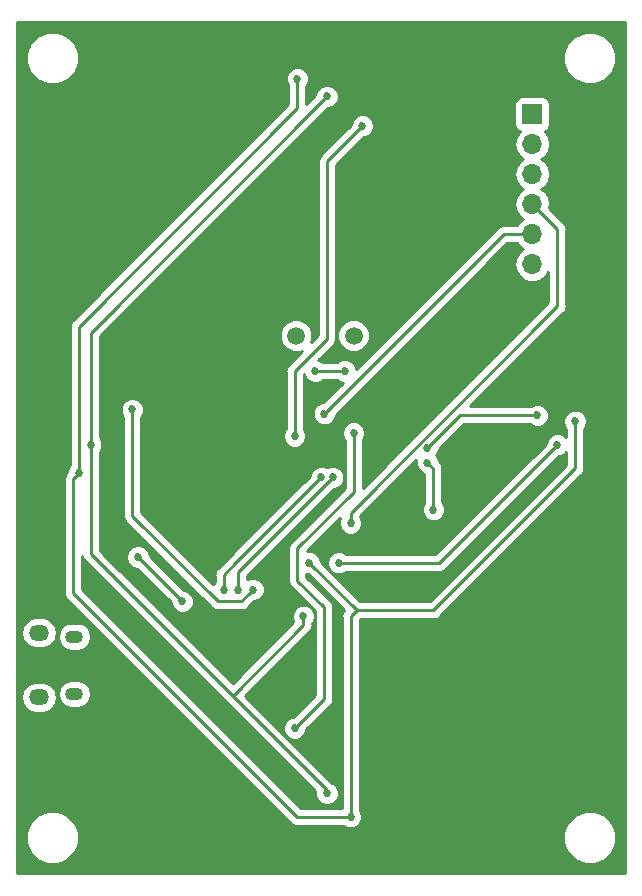
<source format=gbr>
G04 #@! TF.GenerationSoftware,KiCad,Pcbnew,5.0.0-fee4fd1~66~ubuntu16.04.1*
G04 #@! TF.CreationDate,2019-01-21T23:11:55-05:00*
G04 #@! TF.ProjectId,quadrant,7175616472616E742E6B696361645F70,rev?*
G04 #@! TF.SameCoordinates,Original*
G04 #@! TF.FileFunction,Copper,L2,Bot,Signal*
G04 #@! TF.FilePolarity,Positive*
%FSLAX46Y46*%
G04 Gerber Fmt 4.6, Leading zero omitted, Abs format (unit mm)*
G04 Created by KiCad (PCBNEW 5.0.0-fee4fd1~66~ubuntu16.04.1) date Mon Jan 21 23:11:55 2019*
%MOMM*%
%LPD*%
G01*
G04 APERTURE LIST*
G04 #@! TA.AperFunction,ComponentPad*
%ADD10O,1.700000X1.700000*%
G04 #@! TD*
G04 #@! TA.AperFunction,ComponentPad*
%ADD11R,1.700000X1.700000*%
G04 #@! TD*
G04 #@! TA.AperFunction,ComponentPad*
%ADD12O,1.700000X1.350000*%
G04 #@! TD*
G04 #@! TA.AperFunction,ComponentPad*
%ADD13O,1.500000X1.100000*%
G04 #@! TD*
G04 #@! TA.AperFunction,ComponentPad*
%ADD14C,1.500000*%
G04 #@! TD*
G04 #@! TA.AperFunction,ViaPad*
%ADD15C,0.685800*%
G04 #@! TD*
G04 #@! TA.AperFunction,Conductor*
%ADD16C,0.254000*%
G04 #@! TD*
G04 APERTURE END LIST*
D10*
G04 #@! TO.P,J1,6*
G04 #@! TO.N,GND*
X166370000Y-91200000D03*
G04 #@! TO.P,J1,5*
G04 #@! TO.N,NRST*
X166370000Y-88660000D03*
G04 #@! TO.P,J1,4*
G04 #@! TO.N,SWDIO*
X166370000Y-86120000D03*
G04 #@! TO.P,J1,3*
G04 #@! TO.N,GND*
X166370000Y-83580000D03*
G04 #@! TO.P,J1,2*
G04 #@! TO.N,SWCLK*
X166370000Y-81040000D03*
D11*
G04 #@! TO.P,J1,1*
G04 #@! TO.N,+3V3*
X166370000Y-78500000D03*
G04 #@! TD*
D12*
G04 #@! TO.P,J2,6*
G04 #@! TO.N,GND*
X124615000Y-127881000D03*
X124615000Y-122421000D03*
D13*
X127615000Y-127571000D03*
X127615000Y-122731000D03*
G04 #@! TD*
D14*
G04 #@! TO.P,Y1,1*
G04 #@! TO.N,Net-(C9-Pad1)*
X151250000Y-97250000D03*
G04 #@! TO.P,Y1,2*
G04 #@! TO.N,Net-(C10-Pad1)*
X146370000Y-97250000D03*
G04 #@! TD*
D15*
G04 #@! TO.N,GND*
X157500000Y-108000000D03*
X158000000Y-112000000D03*
X133000000Y-116000000D03*
X136750000Y-119750000D03*
G04 #@! TO.N,NRST*
X148751183Y-103871117D03*
G04 #@! TO.N,USBDM*
X148500000Y-109250000D03*
X140250000Y-118750000D03*
G04 #@! TO.N,USBDP*
X149500000Y-109250000D03*
X141500000Y-118750000D03*
G04 #@! TO.N,SWDIO*
X151000000Y-113122300D03*
G04 #@! TO.N,Net-(D1-Pad2)*
X152000000Y-79500000D03*
X146250000Y-105750000D03*
G04 #@! TO.N,Net-(D2-Pad2)*
X157500000Y-106750000D03*
X166800000Y-104000000D03*
G04 #@! TO.N,Net-(D3-Pad2)*
X151250000Y-105500000D03*
X146250000Y-130500000D03*
G04 #@! TO.N,Net-(D4-Pad2)*
X132500000Y-103500000D03*
X142750000Y-118750000D03*
G04 #@! TO.N,+2V8*
X143500000Y-77500000D03*
X152000000Y-77500000D03*
X167000000Y-101500000D03*
X167000000Y-110000000D03*
X145500000Y-116500000D03*
X130500000Y-103500000D03*
X154000000Y-114500000D03*
X130815040Y-111684960D03*
X154000000Y-136000000D03*
X136500000Y-125250000D03*
X145750000Y-135500000D03*
G04 #@! TO.N,+3V3*
X148000000Y-100250000D03*
X150500000Y-100250000D03*
G04 #@! TO.N,SCL*
X147500000Y-116500000D03*
X170000000Y-104500000D03*
X151000000Y-138000000D03*
X146500000Y-75500000D03*
X127998508Y-108868428D03*
G04 #@! TO.N,SDA*
X150000000Y-116500000D03*
X168500000Y-106500000D03*
X149000000Y-136000000D03*
X149000000Y-77000000D03*
X129000000Y-106500000D03*
X147000000Y-121000000D03*
G04 #@! TD*
D16*
G04 #@! TO.N,GND*
X158000000Y-108500000D02*
X158000000Y-112000000D01*
X157500000Y-108000000D02*
X158000000Y-108500000D01*
X133000000Y-116000000D02*
X136750000Y-119750000D01*
G04 #@! TO.N,NRST*
X163962300Y-88660000D02*
X166370000Y-88660000D01*
X148751183Y-103871117D02*
X163962300Y-88660000D01*
G04 #@! TO.N,USBDM*
X148500000Y-109250000D02*
X143250000Y-114500000D01*
X140250000Y-117500000D02*
X140250000Y-118750000D01*
X143500000Y-114250000D02*
X141250000Y-116500000D01*
X143250000Y-114500000D02*
X143500000Y-114250000D01*
X141250000Y-116500000D02*
X140250000Y-117500000D01*
G04 #@! TO.N,USBDP*
X141500000Y-117250000D02*
X141500000Y-118265067D01*
X149500000Y-109250000D02*
X141500000Y-117250000D01*
X141500000Y-118265067D02*
X141500000Y-118750000D01*
G04 #@! TO.N,SWDIO*
X167219999Y-86969999D02*
X166370000Y-86120000D01*
X151000000Y-112250000D02*
X168500000Y-94750000D01*
X168500000Y-94750000D02*
X168500000Y-88250000D01*
X151000000Y-113122300D02*
X151000000Y-112250000D01*
X168500000Y-88250000D02*
X167219999Y-86969999D01*
G04 #@! TO.N,Net-(D1-Pad2)*
X146250000Y-105265067D02*
X146250000Y-105750000D01*
X149000000Y-97500000D02*
X146250000Y-100250000D01*
X152000000Y-79500000D02*
X149000000Y-82500000D01*
X149000000Y-82500000D02*
X149000000Y-97500000D01*
X146250000Y-100250000D02*
X146250000Y-105265067D01*
G04 #@! TO.N,Net-(D2-Pad2)*
X160250000Y-104000000D02*
X157500000Y-106750000D01*
X166800000Y-104000000D02*
X160250000Y-104000000D01*
G04 #@! TO.N,Net-(D3-Pad2)*
X146592899Y-130157101D02*
X146250000Y-130500000D01*
X148750000Y-128000000D02*
X146592899Y-130157101D01*
X148750000Y-120250000D02*
X148750000Y-128000000D01*
X151250000Y-105500000D02*
X151250000Y-110500000D01*
X151250000Y-110500000D02*
X146500000Y-115250000D01*
X146500000Y-115250000D02*
X146500000Y-118000000D01*
X146500000Y-118000000D02*
X148750000Y-120250000D01*
G04 #@! TO.N,Net-(D4-Pad2)*
X142407101Y-119092899D02*
X142750000Y-118750000D01*
X132500000Y-103500000D02*
X132500000Y-112500000D01*
X132500000Y-112500000D02*
X139750000Y-119750000D01*
X139750000Y-119750000D02*
X141750000Y-119750000D01*
X141750000Y-119750000D02*
X142407101Y-119092899D01*
G04 #@! TO.N,+3V3*
X148000000Y-100250000D02*
X150500000Y-100250000D01*
G04 #@! TO.N,SCL*
X170000000Y-104984933D02*
X170000000Y-104500000D01*
X147500000Y-116500000D02*
X151500000Y-120500000D01*
X151500000Y-120500000D02*
X158000000Y-120500000D01*
X158000000Y-120500000D02*
X170000000Y-108500000D01*
X170000000Y-108500000D02*
X170000000Y-104984933D01*
X151000000Y-121000000D02*
X151500000Y-120500000D01*
X151000000Y-138000000D02*
X151000000Y-121000000D01*
X127500000Y-109366936D02*
X127655609Y-109211327D01*
X146448914Y-138000000D02*
X127500000Y-119051086D01*
X127655609Y-109211327D02*
X127998508Y-108868428D01*
X151000000Y-138000000D02*
X146448914Y-138000000D01*
X127500000Y-119051086D02*
X127500000Y-109366936D01*
X127998508Y-108868428D02*
X127998508Y-96501492D01*
X146500000Y-75984933D02*
X146500000Y-75500000D01*
X146500000Y-78000000D02*
X146500000Y-75984933D01*
X127998508Y-96501492D02*
X146500000Y-78000000D01*
G04 #@! TO.N,SDA*
X158500000Y-116500000D02*
X168500000Y-106500000D01*
X150000000Y-116500000D02*
X158500000Y-116500000D01*
X149000000Y-135750000D02*
X149000000Y-136000000D01*
X129000000Y-106500000D02*
X129000000Y-115750000D01*
X141000000Y-127750000D02*
X149000000Y-135750000D01*
X129000000Y-115750000D02*
X141000000Y-127750000D01*
X147000000Y-121750000D02*
X141000000Y-127750000D01*
X147000000Y-121000000D02*
X147000000Y-121750000D01*
X148657101Y-77342899D02*
X149000000Y-77000000D01*
X129000000Y-97000000D02*
X148657101Y-77342899D01*
X129000000Y-106500000D02*
X129000000Y-97000000D01*
G04 #@! TD*
G04 #@! TO.N,+2V8*
G36*
X174265001Y-142765000D02*
X122735000Y-142765000D01*
X122735000Y-139305431D01*
X123515000Y-139305431D01*
X123515000Y-140194569D01*
X123855259Y-141016026D01*
X124483974Y-141644741D01*
X125305431Y-141985000D01*
X126194569Y-141985000D01*
X127016026Y-141644741D01*
X127644741Y-141016026D01*
X127985000Y-140194569D01*
X127985000Y-139305431D01*
X169015000Y-139305431D01*
X169015000Y-140194569D01*
X169355259Y-141016026D01*
X169983974Y-141644741D01*
X170805431Y-141985000D01*
X171694569Y-141985000D01*
X172516026Y-141644741D01*
X173144741Y-141016026D01*
X173485000Y-140194569D01*
X173485000Y-139305431D01*
X173144741Y-138483974D01*
X172516026Y-137855259D01*
X171694569Y-137515000D01*
X170805431Y-137515000D01*
X169983974Y-137855259D01*
X169355259Y-138483974D01*
X169015000Y-139305431D01*
X127985000Y-139305431D01*
X127644741Y-138483974D01*
X127016026Y-137855259D01*
X126194569Y-137515000D01*
X125305431Y-137515000D01*
X124483974Y-137855259D01*
X123855259Y-138483974D01*
X123515000Y-139305431D01*
X122735000Y-139305431D01*
X122735000Y-127881000D01*
X123104336Y-127881000D01*
X123206007Y-128392136D01*
X123495543Y-128825457D01*
X123928864Y-129114993D01*
X124310978Y-129191000D01*
X124919022Y-129191000D01*
X125301136Y-129114993D01*
X125734457Y-128825457D01*
X126023993Y-128392136D01*
X126125664Y-127881000D01*
X126064002Y-127571000D01*
X126206785Y-127571000D01*
X126298755Y-128033364D01*
X126560663Y-128425337D01*
X126952636Y-128687245D01*
X127298290Y-128756000D01*
X127931710Y-128756000D01*
X128277364Y-128687245D01*
X128669337Y-128425337D01*
X128931245Y-128033364D01*
X129023215Y-127571000D01*
X128931245Y-127108636D01*
X128669337Y-126716663D01*
X128277364Y-126454755D01*
X127931710Y-126386000D01*
X127298290Y-126386000D01*
X126952636Y-126454755D01*
X126560663Y-126716663D01*
X126298755Y-127108636D01*
X126206785Y-127571000D01*
X126064002Y-127571000D01*
X126023993Y-127369864D01*
X125734457Y-126936543D01*
X125301136Y-126647007D01*
X124919022Y-126571000D01*
X124310978Y-126571000D01*
X123928864Y-126647007D01*
X123495543Y-126936543D01*
X123206007Y-127369864D01*
X123104336Y-127881000D01*
X122735000Y-127881000D01*
X122735000Y-122421000D01*
X123104336Y-122421000D01*
X123206007Y-122932136D01*
X123495543Y-123365457D01*
X123928864Y-123654993D01*
X124310978Y-123731000D01*
X124919022Y-123731000D01*
X125301136Y-123654993D01*
X125734457Y-123365457D01*
X126023993Y-122932136D01*
X126064001Y-122731000D01*
X126206785Y-122731000D01*
X126298755Y-123193364D01*
X126560663Y-123585337D01*
X126952636Y-123847245D01*
X127298290Y-123916000D01*
X127931710Y-123916000D01*
X128277364Y-123847245D01*
X128669337Y-123585337D01*
X128931245Y-123193364D01*
X129023215Y-122731000D01*
X128931245Y-122268636D01*
X128669337Y-121876663D01*
X128277364Y-121614755D01*
X127931710Y-121546000D01*
X127298290Y-121546000D01*
X126952636Y-121614755D01*
X126560663Y-121876663D01*
X126298755Y-122268636D01*
X126206785Y-122731000D01*
X126064001Y-122731000D01*
X126125664Y-122421000D01*
X126023993Y-121909864D01*
X125734457Y-121476543D01*
X125301136Y-121187007D01*
X124919022Y-121111000D01*
X124310978Y-121111000D01*
X123928864Y-121187007D01*
X123495543Y-121476543D01*
X123206007Y-121909864D01*
X123104336Y-122421000D01*
X122735000Y-122421000D01*
X122735000Y-109366936D01*
X126723073Y-109366936D01*
X126738001Y-109441984D01*
X126738000Y-118976043D01*
X126723073Y-119051086D01*
X126738000Y-119126129D01*
X126738000Y-119126133D01*
X126782212Y-119348402D01*
X126950629Y-119600457D01*
X127014254Y-119642970D01*
X145857032Y-138485749D01*
X145899543Y-138549371D01*
X145963165Y-138591882D01*
X146151595Y-138717787D01*
X146151596Y-138717787D01*
X146151597Y-138717788D01*
X146373866Y-138762000D01*
X146373870Y-138762000D01*
X146448913Y-138776927D01*
X146523956Y-138762000D01*
X150379041Y-138762000D01*
X150446064Y-138829023D01*
X150805484Y-138977900D01*
X151194516Y-138977900D01*
X151553936Y-138829023D01*
X151829023Y-138553936D01*
X151977900Y-138194516D01*
X151977900Y-137805484D01*
X151829023Y-137446064D01*
X151762000Y-137379041D01*
X151762000Y-121315630D01*
X151815631Y-121262000D01*
X157924957Y-121262000D01*
X158000000Y-121276927D01*
X158075043Y-121262000D01*
X158075048Y-121262000D01*
X158297317Y-121217788D01*
X158549371Y-121049371D01*
X158591884Y-120985747D01*
X170485750Y-109091881D01*
X170549371Y-109049371D01*
X170597127Y-108977900D01*
X170661747Y-108881188D01*
X170717788Y-108797317D01*
X170762000Y-108575048D01*
X170762000Y-108575047D01*
X170776928Y-108500000D01*
X170762000Y-108424952D01*
X170762000Y-105120959D01*
X170829023Y-105053936D01*
X170977900Y-104694516D01*
X170977900Y-104305484D01*
X170829023Y-103946064D01*
X170553936Y-103670977D01*
X170194516Y-103522100D01*
X169805484Y-103522100D01*
X169446064Y-103670977D01*
X169170977Y-103946064D01*
X169022100Y-104305484D01*
X169022100Y-104694516D01*
X169170977Y-105053936D01*
X169238001Y-105120960D01*
X169238001Y-105855042D01*
X169053936Y-105670977D01*
X168694516Y-105522100D01*
X168305484Y-105522100D01*
X167946064Y-105670977D01*
X167670977Y-105946064D01*
X167522100Y-106305484D01*
X167522100Y-106400269D01*
X158184370Y-115738000D01*
X150620959Y-115738000D01*
X150553936Y-115670977D01*
X150194516Y-115522100D01*
X149805484Y-115522100D01*
X149446064Y-115670977D01*
X149170977Y-115946064D01*
X149022100Y-116305484D01*
X149022100Y-116694516D01*
X149170977Y-117053936D01*
X149446064Y-117329023D01*
X149805484Y-117477900D01*
X150194516Y-117477900D01*
X150553936Y-117329023D01*
X150620959Y-117262000D01*
X158424957Y-117262000D01*
X158500000Y-117276927D01*
X158575043Y-117262000D01*
X158575048Y-117262000D01*
X158797317Y-117217788D01*
X159049371Y-117049371D01*
X159091883Y-116985747D01*
X168599731Y-107477900D01*
X168694516Y-107477900D01*
X169053936Y-107329023D01*
X169238000Y-107144959D01*
X169238000Y-108184369D01*
X157684370Y-119738000D01*
X151815631Y-119738000D01*
X148477900Y-116400270D01*
X148477900Y-116305484D01*
X148329023Y-115946064D01*
X148053936Y-115670977D01*
X147694516Y-115522100D01*
X147305530Y-115522100D01*
X150108547Y-112719084D01*
X150022100Y-112927784D01*
X150022100Y-113316816D01*
X150170977Y-113676236D01*
X150446064Y-113951323D01*
X150805484Y-114100200D01*
X151194516Y-114100200D01*
X151553936Y-113951323D01*
X151829023Y-113676236D01*
X151977900Y-113316816D01*
X151977900Y-112927784D01*
X151829023Y-112568364D01*
X151794145Y-112533486D01*
X156522100Y-107805530D01*
X156522100Y-108194516D01*
X156670977Y-108553936D01*
X156946064Y-108829023D01*
X157238000Y-108949947D01*
X157238001Y-111379040D01*
X157170977Y-111446064D01*
X157022100Y-111805484D01*
X157022100Y-112194516D01*
X157170977Y-112553936D01*
X157446064Y-112829023D01*
X157805484Y-112977900D01*
X158194516Y-112977900D01*
X158553936Y-112829023D01*
X158829023Y-112553936D01*
X158977900Y-112194516D01*
X158977900Y-111805484D01*
X158829023Y-111446064D01*
X158762000Y-111379041D01*
X158762000Y-108575047D01*
X158776928Y-108500000D01*
X158740028Y-108314492D01*
X158717788Y-108202683D01*
X158549371Y-107950629D01*
X158485749Y-107908118D01*
X158477900Y-107900269D01*
X158477900Y-107805484D01*
X158329023Y-107446064D01*
X158257959Y-107375000D01*
X158329023Y-107303936D01*
X158477900Y-106944516D01*
X158477900Y-106849730D01*
X160565631Y-104762000D01*
X166179041Y-104762000D01*
X166246064Y-104829023D01*
X166605484Y-104977900D01*
X166994516Y-104977900D01*
X167353936Y-104829023D01*
X167629023Y-104553936D01*
X167777900Y-104194516D01*
X167777900Y-103805484D01*
X167629023Y-103446064D01*
X167353936Y-103170977D01*
X166994516Y-103022100D01*
X166605484Y-103022100D01*
X166246064Y-103170977D01*
X166179041Y-103238000D01*
X161089631Y-103238000D01*
X168985750Y-95341881D01*
X169049371Y-95299371D01*
X169217788Y-95047317D01*
X169262000Y-94825048D01*
X169262000Y-94825044D01*
X169276927Y-94750001D01*
X169262000Y-94674958D01*
X169262000Y-88325047D01*
X169276928Y-88250000D01*
X169249205Y-88110629D01*
X169217788Y-87952683D01*
X169049371Y-87700629D01*
X168985749Y-87658118D01*
X167811883Y-86484253D01*
X167811881Y-86484250D01*
X167811679Y-86484048D01*
X167884092Y-86120000D01*
X167768839Y-85540582D01*
X167440625Y-85049375D01*
X167142239Y-84850000D01*
X167440625Y-84650625D01*
X167768839Y-84159418D01*
X167884092Y-83580000D01*
X167768839Y-83000582D01*
X167440625Y-82509375D01*
X167142239Y-82310000D01*
X167440625Y-82110625D01*
X167768839Y-81619418D01*
X167884092Y-81040000D01*
X167768839Y-80460582D01*
X167440625Y-79969375D01*
X167422381Y-79957184D01*
X167467765Y-79948157D01*
X167677809Y-79807809D01*
X167818157Y-79597765D01*
X167867440Y-79350000D01*
X167867440Y-77650000D01*
X167818157Y-77402235D01*
X167677809Y-77192191D01*
X167467765Y-77051843D01*
X167220000Y-77002560D01*
X165520000Y-77002560D01*
X165272235Y-77051843D01*
X165062191Y-77192191D01*
X164921843Y-77402235D01*
X164872560Y-77650000D01*
X164872560Y-79350000D01*
X164921843Y-79597765D01*
X165062191Y-79807809D01*
X165272235Y-79948157D01*
X165317619Y-79957184D01*
X165299375Y-79969375D01*
X164971161Y-80460582D01*
X164855908Y-81040000D01*
X164971161Y-81619418D01*
X165299375Y-82110625D01*
X165597761Y-82310000D01*
X165299375Y-82509375D01*
X164971161Y-83000582D01*
X164855908Y-83580000D01*
X164971161Y-84159418D01*
X165299375Y-84650625D01*
X165597761Y-84850000D01*
X165299375Y-85049375D01*
X164971161Y-85540582D01*
X164855908Y-86120000D01*
X164971161Y-86699418D01*
X165299375Y-87190625D01*
X165597761Y-87390000D01*
X165299375Y-87589375D01*
X165093158Y-87898000D01*
X164037343Y-87898000D01*
X163962300Y-87883073D01*
X163887257Y-87898000D01*
X163887252Y-87898000D01*
X163664983Y-87942212D01*
X163412929Y-88110629D01*
X163370418Y-88174251D01*
X151477900Y-100066770D01*
X151477900Y-100055484D01*
X151329023Y-99696064D01*
X151053936Y-99420977D01*
X150694516Y-99272100D01*
X150305484Y-99272100D01*
X149946064Y-99420977D01*
X149879041Y-99488000D01*
X148620959Y-99488000D01*
X148553936Y-99420977D01*
X148273015Y-99304615D01*
X149485749Y-98091882D01*
X149549371Y-98049371D01*
X149717788Y-97797317D01*
X149762000Y-97575048D01*
X149762000Y-97575044D01*
X149776927Y-97500001D01*
X149762000Y-97424958D01*
X149762000Y-96974506D01*
X149865000Y-96974506D01*
X149865000Y-97525494D01*
X150075853Y-98034540D01*
X150465460Y-98424147D01*
X150974506Y-98635000D01*
X151525494Y-98635000D01*
X152034540Y-98424147D01*
X152424147Y-98034540D01*
X152635000Y-97525494D01*
X152635000Y-96974506D01*
X152424147Y-96465460D01*
X152034540Y-96075853D01*
X151525494Y-95865000D01*
X150974506Y-95865000D01*
X150465460Y-96075853D01*
X150075853Y-96465460D01*
X149865000Y-96974506D01*
X149762000Y-96974506D01*
X149762000Y-82815630D01*
X152099731Y-80477900D01*
X152194516Y-80477900D01*
X152553936Y-80329023D01*
X152829023Y-80053936D01*
X152977900Y-79694516D01*
X152977900Y-79305484D01*
X152829023Y-78946064D01*
X152553936Y-78670977D01*
X152194516Y-78522100D01*
X151805484Y-78522100D01*
X151446064Y-78670977D01*
X151170977Y-78946064D01*
X151022100Y-79305484D01*
X151022100Y-79400269D01*
X148514253Y-81908117D01*
X148450629Y-81950629D01*
X148282212Y-82202684D01*
X148238000Y-82424953D01*
X148238000Y-82424957D01*
X148223073Y-82500000D01*
X148238000Y-82575043D01*
X148238001Y-97184368D01*
X147654680Y-97767690D01*
X147755000Y-97525494D01*
X147755000Y-96974506D01*
X147544147Y-96465460D01*
X147154540Y-96075853D01*
X146645494Y-95865000D01*
X146094506Y-95865000D01*
X145585460Y-96075853D01*
X145195853Y-96465460D01*
X144985000Y-96974506D01*
X144985000Y-97525494D01*
X145195853Y-98034540D01*
X145585460Y-98424147D01*
X146094506Y-98635000D01*
X146645494Y-98635000D01*
X146887690Y-98534679D01*
X145764253Y-99658117D01*
X145700629Y-99700629D01*
X145532212Y-99952684D01*
X145488000Y-100174953D01*
X145488000Y-100174957D01*
X145473073Y-100250000D01*
X145488000Y-100325043D01*
X145488001Y-105129040D01*
X145420977Y-105196064D01*
X145272100Y-105555484D01*
X145272100Y-105944516D01*
X145420977Y-106303936D01*
X145696064Y-106579023D01*
X146055484Y-106727900D01*
X146444516Y-106727900D01*
X146803936Y-106579023D01*
X147079023Y-106303936D01*
X147227900Y-105944516D01*
X147227900Y-105555484D01*
X147079023Y-105196064D01*
X147012000Y-105129041D01*
X147012000Y-100565630D01*
X147054615Y-100523015D01*
X147170977Y-100803936D01*
X147446064Y-101079023D01*
X147805484Y-101227900D01*
X148194516Y-101227900D01*
X148553936Y-101079023D01*
X148620959Y-101012000D01*
X149879041Y-101012000D01*
X149946064Y-101079023D01*
X150305484Y-101227900D01*
X150316770Y-101227900D01*
X148651453Y-102893217D01*
X148556667Y-102893217D01*
X148197247Y-103042094D01*
X147922160Y-103317181D01*
X147773283Y-103676601D01*
X147773283Y-104065633D01*
X147922160Y-104425053D01*
X148197247Y-104700140D01*
X148556667Y-104849017D01*
X148945699Y-104849017D01*
X149305119Y-104700140D01*
X149580206Y-104425053D01*
X149729083Y-104065633D01*
X149729083Y-103970847D01*
X164277931Y-89422000D01*
X165093158Y-89422000D01*
X165299375Y-89730625D01*
X165597761Y-89930000D01*
X165299375Y-90129375D01*
X164971161Y-90620582D01*
X164855908Y-91200000D01*
X164971161Y-91779418D01*
X165299375Y-92270625D01*
X165790582Y-92598839D01*
X166223744Y-92685000D01*
X166516256Y-92685000D01*
X166949418Y-92598839D01*
X167440625Y-92270625D01*
X167738000Y-91825571D01*
X167738000Y-94434369D01*
X152012000Y-110160370D01*
X152012000Y-106120959D01*
X152079023Y-106053936D01*
X152227900Y-105694516D01*
X152227900Y-105305484D01*
X152079023Y-104946064D01*
X151803936Y-104670977D01*
X151444516Y-104522100D01*
X151055484Y-104522100D01*
X150696064Y-104670977D01*
X150420977Y-104946064D01*
X150272100Y-105305484D01*
X150272100Y-105694516D01*
X150420977Y-106053936D01*
X150488000Y-106120959D01*
X150488001Y-110184368D01*
X146014253Y-114658117D01*
X145950629Y-114700629D01*
X145782212Y-114952684D01*
X145738000Y-115174953D01*
X145738000Y-115174957D01*
X145723073Y-115250000D01*
X145738000Y-115325043D01*
X145738001Y-117924952D01*
X145723073Y-118000000D01*
X145738001Y-118075048D01*
X145782213Y-118297317D01*
X145950630Y-118549371D01*
X146014251Y-118591881D01*
X147988000Y-120565631D01*
X147988001Y-127684369D01*
X146150270Y-129522100D01*
X146055484Y-129522100D01*
X145696064Y-129670977D01*
X145420977Y-129946064D01*
X145272100Y-130305484D01*
X145272100Y-130694516D01*
X145420977Y-131053936D01*
X145696064Y-131329023D01*
X146055484Y-131477900D01*
X146444516Y-131477900D01*
X146803936Y-131329023D01*
X147079023Y-131053936D01*
X147227900Y-130694516D01*
X147227900Y-130599730D01*
X149235746Y-128591884D01*
X149299371Y-128549371D01*
X149467788Y-128297317D01*
X149512000Y-128075048D01*
X149512000Y-128075044D01*
X149526927Y-128000001D01*
X149512000Y-127924958D01*
X149512000Y-120325047D01*
X149526928Y-120250000D01*
X149511209Y-120170977D01*
X149467788Y-119952683D01*
X149299371Y-119700629D01*
X149235750Y-119658119D01*
X147262000Y-117684370D01*
X147262000Y-117459888D01*
X147305484Y-117477900D01*
X147400270Y-117477900D01*
X150419535Y-120497166D01*
X150408119Y-120514251D01*
X150408118Y-120514252D01*
X150282213Y-120702683D01*
X150223073Y-121000000D01*
X150238001Y-121075048D01*
X150238000Y-137238000D01*
X146764545Y-137238000D01*
X128262000Y-118735456D01*
X128262000Y-115945699D01*
X128282213Y-116047317D01*
X128386025Y-116202682D01*
X128450630Y-116299371D01*
X128514251Y-116341881D01*
X140408119Y-128235750D01*
X140450629Y-128299371D01*
X140514250Y-128341881D01*
X140514251Y-128341882D01*
X140514254Y-128341884D01*
X148022100Y-135849730D01*
X148022100Y-136194516D01*
X148170977Y-136553936D01*
X148446064Y-136829023D01*
X148805484Y-136977900D01*
X149194516Y-136977900D01*
X149553936Y-136829023D01*
X149829023Y-136553936D01*
X149977900Y-136194516D01*
X149977900Y-135805484D01*
X149829023Y-135446064D01*
X149553936Y-135170977D01*
X149459483Y-135131853D01*
X142077630Y-127750000D01*
X147485749Y-122341882D01*
X147549371Y-122299371D01*
X147717788Y-122047317D01*
X147762000Y-121825048D01*
X147762000Y-121825044D01*
X147776927Y-121750001D01*
X147762000Y-121674958D01*
X147762000Y-121620959D01*
X147829023Y-121553936D01*
X147977900Y-121194516D01*
X147977900Y-120805484D01*
X147829023Y-120446064D01*
X147553936Y-120170977D01*
X147194516Y-120022100D01*
X146805484Y-120022100D01*
X146446064Y-120170977D01*
X146170977Y-120446064D01*
X146022100Y-120805484D01*
X146022100Y-121194516D01*
X146155587Y-121516782D01*
X141000000Y-126672369D01*
X130133115Y-115805484D01*
X132022100Y-115805484D01*
X132022100Y-116194516D01*
X132170977Y-116553936D01*
X132446064Y-116829023D01*
X132805484Y-116977900D01*
X132900270Y-116977900D01*
X135772100Y-119849731D01*
X135772100Y-119944516D01*
X135920977Y-120303936D01*
X136196064Y-120579023D01*
X136555484Y-120727900D01*
X136944516Y-120727900D01*
X137303936Y-120579023D01*
X137579023Y-120303936D01*
X137727900Y-119944516D01*
X137727900Y-119555484D01*
X137579023Y-119196064D01*
X137303936Y-118920977D01*
X136944516Y-118772100D01*
X136849731Y-118772100D01*
X133977900Y-115900270D01*
X133977900Y-115805484D01*
X133829023Y-115446064D01*
X133553936Y-115170977D01*
X133194516Y-115022100D01*
X132805484Y-115022100D01*
X132446064Y-115170977D01*
X132170977Y-115446064D01*
X132022100Y-115805484D01*
X130133115Y-115805484D01*
X129762000Y-115434370D01*
X129762000Y-107120959D01*
X129829023Y-107053936D01*
X129977900Y-106694516D01*
X129977900Y-106305484D01*
X129829023Y-105946064D01*
X129762000Y-105879041D01*
X129762000Y-103305484D01*
X131522100Y-103305484D01*
X131522100Y-103694516D01*
X131670977Y-104053936D01*
X131738000Y-104120959D01*
X131738001Y-112424952D01*
X131723073Y-112500000D01*
X131782213Y-112797317D01*
X131902875Y-112977900D01*
X131950630Y-113049371D01*
X132014251Y-113091881D01*
X139158118Y-120235749D01*
X139200629Y-120299371D01*
X139264251Y-120341882D01*
X139452681Y-120467787D01*
X139452682Y-120467787D01*
X139452683Y-120467788D01*
X139674952Y-120512000D01*
X139674956Y-120512000D01*
X139749999Y-120526927D01*
X139825042Y-120512000D01*
X141674957Y-120512000D01*
X141750000Y-120526927D01*
X141825043Y-120512000D01*
X141825048Y-120512000D01*
X142047317Y-120467788D01*
X142299371Y-120299371D01*
X142341883Y-120235747D01*
X142849731Y-119727900D01*
X142944516Y-119727900D01*
X143303936Y-119579023D01*
X143579023Y-119303936D01*
X143727900Y-118944516D01*
X143727900Y-118555484D01*
X143579023Y-118196064D01*
X143303936Y-117920977D01*
X142944516Y-117772100D01*
X142555484Y-117772100D01*
X142262000Y-117893665D01*
X142262000Y-117565630D01*
X149599730Y-110227900D01*
X149694516Y-110227900D01*
X150053936Y-110079023D01*
X150329023Y-109803936D01*
X150477900Y-109444516D01*
X150477900Y-109055484D01*
X150329023Y-108696064D01*
X150053936Y-108420977D01*
X149694516Y-108272100D01*
X149305484Y-108272100D01*
X149000000Y-108398636D01*
X148694516Y-108272100D01*
X148305484Y-108272100D01*
X147946064Y-108420977D01*
X147670977Y-108696064D01*
X147522100Y-109055484D01*
X147522100Y-109150269D01*
X143014254Y-113658116D01*
X143014251Y-113658118D01*
X140764254Y-115908116D01*
X140764251Y-115908118D01*
X139764253Y-116908117D01*
X139700629Y-116950629D01*
X139532212Y-117202684D01*
X139488000Y-117424953D01*
X139488000Y-117424957D01*
X139473073Y-117500000D01*
X139488000Y-117575044D01*
X139488001Y-118129040D01*
X139420977Y-118196064D01*
X139377839Y-118300208D01*
X133262000Y-112184370D01*
X133262000Y-104120959D01*
X133329023Y-104053936D01*
X133477900Y-103694516D01*
X133477900Y-103305484D01*
X133329023Y-102946064D01*
X133053936Y-102670977D01*
X132694516Y-102522100D01*
X132305484Y-102522100D01*
X131946064Y-102670977D01*
X131670977Y-102946064D01*
X131522100Y-103305484D01*
X129762000Y-103305484D01*
X129762000Y-97315630D01*
X149099731Y-77977900D01*
X149194516Y-77977900D01*
X149553936Y-77829023D01*
X149829023Y-77553936D01*
X149977900Y-77194516D01*
X149977900Y-76805484D01*
X149829023Y-76446064D01*
X149553936Y-76170977D01*
X149194516Y-76022100D01*
X148805484Y-76022100D01*
X148446064Y-76170977D01*
X148170977Y-76446064D01*
X148022100Y-76805484D01*
X148022100Y-76900269D01*
X147262000Y-77660369D01*
X147262000Y-76120959D01*
X147329023Y-76053936D01*
X147477900Y-75694516D01*
X147477900Y-75305484D01*
X147329023Y-74946064D01*
X147053936Y-74670977D01*
X146694516Y-74522100D01*
X146305484Y-74522100D01*
X145946064Y-74670977D01*
X145670977Y-74946064D01*
X145522100Y-75305484D01*
X145522100Y-75694516D01*
X145670977Y-76053936D01*
X145738001Y-76120960D01*
X145738000Y-77684369D01*
X127512759Y-95909611D01*
X127449138Y-95952121D01*
X127406627Y-96015743D01*
X127406626Y-96015744D01*
X127280721Y-96204175D01*
X127221581Y-96501492D01*
X127236509Y-96576540D01*
X127236508Y-108247469D01*
X127169485Y-108314492D01*
X127020608Y-108673912D01*
X127020608Y-108768698D01*
X127014252Y-108775054D01*
X126950630Y-108817565D01*
X126908119Y-108881187D01*
X126908118Y-108881188D01*
X126782213Y-109069619D01*
X126723073Y-109366936D01*
X122735000Y-109366936D01*
X122735000Y-73305431D01*
X123515000Y-73305431D01*
X123515000Y-74194569D01*
X123855259Y-75016026D01*
X124483974Y-75644741D01*
X125305431Y-75985000D01*
X126194569Y-75985000D01*
X127016026Y-75644741D01*
X127644741Y-75016026D01*
X127985000Y-74194569D01*
X127985000Y-73305431D01*
X169015000Y-73305431D01*
X169015000Y-74194569D01*
X169355259Y-75016026D01*
X169983974Y-75644741D01*
X170805431Y-75985000D01*
X171694569Y-75985000D01*
X172516026Y-75644741D01*
X173144741Y-75016026D01*
X173485000Y-74194569D01*
X173485000Y-73305431D01*
X173144741Y-72483974D01*
X172516026Y-71855259D01*
X171694569Y-71515000D01*
X170805431Y-71515000D01*
X169983974Y-71855259D01*
X169355259Y-72483974D01*
X169015000Y-73305431D01*
X127985000Y-73305431D01*
X127644741Y-72483974D01*
X127016026Y-71855259D01*
X126194569Y-71515000D01*
X125305431Y-71515000D01*
X124483974Y-71855259D01*
X123855259Y-72483974D01*
X123515000Y-73305431D01*
X122735000Y-73305431D01*
X122735000Y-70735000D01*
X174265000Y-70735000D01*
X174265001Y-142765000D01*
X174265001Y-142765000D01*
G37*
X174265001Y-142765000D02*
X122735000Y-142765000D01*
X122735000Y-139305431D01*
X123515000Y-139305431D01*
X123515000Y-140194569D01*
X123855259Y-141016026D01*
X124483974Y-141644741D01*
X125305431Y-141985000D01*
X126194569Y-141985000D01*
X127016026Y-141644741D01*
X127644741Y-141016026D01*
X127985000Y-140194569D01*
X127985000Y-139305431D01*
X169015000Y-139305431D01*
X169015000Y-140194569D01*
X169355259Y-141016026D01*
X169983974Y-141644741D01*
X170805431Y-141985000D01*
X171694569Y-141985000D01*
X172516026Y-141644741D01*
X173144741Y-141016026D01*
X173485000Y-140194569D01*
X173485000Y-139305431D01*
X173144741Y-138483974D01*
X172516026Y-137855259D01*
X171694569Y-137515000D01*
X170805431Y-137515000D01*
X169983974Y-137855259D01*
X169355259Y-138483974D01*
X169015000Y-139305431D01*
X127985000Y-139305431D01*
X127644741Y-138483974D01*
X127016026Y-137855259D01*
X126194569Y-137515000D01*
X125305431Y-137515000D01*
X124483974Y-137855259D01*
X123855259Y-138483974D01*
X123515000Y-139305431D01*
X122735000Y-139305431D01*
X122735000Y-127881000D01*
X123104336Y-127881000D01*
X123206007Y-128392136D01*
X123495543Y-128825457D01*
X123928864Y-129114993D01*
X124310978Y-129191000D01*
X124919022Y-129191000D01*
X125301136Y-129114993D01*
X125734457Y-128825457D01*
X126023993Y-128392136D01*
X126125664Y-127881000D01*
X126064002Y-127571000D01*
X126206785Y-127571000D01*
X126298755Y-128033364D01*
X126560663Y-128425337D01*
X126952636Y-128687245D01*
X127298290Y-128756000D01*
X127931710Y-128756000D01*
X128277364Y-128687245D01*
X128669337Y-128425337D01*
X128931245Y-128033364D01*
X129023215Y-127571000D01*
X128931245Y-127108636D01*
X128669337Y-126716663D01*
X128277364Y-126454755D01*
X127931710Y-126386000D01*
X127298290Y-126386000D01*
X126952636Y-126454755D01*
X126560663Y-126716663D01*
X126298755Y-127108636D01*
X126206785Y-127571000D01*
X126064002Y-127571000D01*
X126023993Y-127369864D01*
X125734457Y-126936543D01*
X125301136Y-126647007D01*
X124919022Y-126571000D01*
X124310978Y-126571000D01*
X123928864Y-126647007D01*
X123495543Y-126936543D01*
X123206007Y-127369864D01*
X123104336Y-127881000D01*
X122735000Y-127881000D01*
X122735000Y-122421000D01*
X123104336Y-122421000D01*
X123206007Y-122932136D01*
X123495543Y-123365457D01*
X123928864Y-123654993D01*
X124310978Y-123731000D01*
X124919022Y-123731000D01*
X125301136Y-123654993D01*
X125734457Y-123365457D01*
X126023993Y-122932136D01*
X126064001Y-122731000D01*
X126206785Y-122731000D01*
X126298755Y-123193364D01*
X126560663Y-123585337D01*
X126952636Y-123847245D01*
X127298290Y-123916000D01*
X127931710Y-123916000D01*
X128277364Y-123847245D01*
X128669337Y-123585337D01*
X128931245Y-123193364D01*
X129023215Y-122731000D01*
X128931245Y-122268636D01*
X128669337Y-121876663D01*
X128277364Y-121614755D01*
X127931710Y-121546000D01*
X127298290Y-121546000D01*
X126952636Y-121614755D01*
X126560663Y-121876663D01*
X126298755Y-122268636D01*
X126206785Y-122731000D01*
X126064001Y-122731000D01*
X126125664Y-122421000D01*
X126023993Y-121909864D01*
X125734457Y-121476543D01*
X125301136Y-121187007D01*
X124919022Y-121111000D01*
X124310978Y-121111000D01*
X123928864Y-121187007D01*
X123495543Y-121476543D01*
X123206007Y-121909864D01*
X123104336Y-122421000D01*
X122735000Y-122421000D01*
X122735000Y-109366936D01*
X126723073Y-109366936D01*
X126738001Y-109441984D01*
X126738000Y-118976043D01*
X126723073Y-119051086D01*
X126738000Y-119126129D01*
X126738000Y-119126133D01*
X126782212Y-119348402D01*
X126950629Y-119600457D01*
X127014254Y-119642970D01*
X145857032Y-138485749D01*
X145899543Y-138549371D01*
X145963165Y-138591882D01*
X146151595Y-138717787D01*
X146151596Y-138717787D01*
X146151597Y-138717788D01*
X146373866Y-138762000D01*
X146373870Y-138762000D01*
X146448913Y-138776927D01*
X146523956Y-138762000D01*
X150379041Y-138762000D01*
X150446064Y-138829023D01*
X150805484Y-138977900D01*
X151194516Y-138977900D01*
X151553936Y-138829023D01*
X151829023Y-138553936D01*
X151977900Y-138194516D01*
X151977900Y-137805484D01*
X151829023Y-137446064D01*
X151762000Y-137379041D01*
X151762000Y-121315630D01*
X151815631Y-121262000D01*
X157924957Y-121262000D01*
X158000000Y-121276927D01*
X158075043Y-121262000D01*
X158075048Y-121262000D01*
X158297317Y-121217788D01*
X158549371Y-121049371D01*
X158591884Y-120985747D01*
X170485750Y-109091881D01*
X170549371Y-109049371D01*
X170597127Y-108977900D01*
X170661747Y-108881188D01*
X170717788Y-108797317D01*
X170762000Y-108575048D01*
X170762000Y-108575047D01*
X170776928Y-108500000D01*
X170762000Y-108424952D01*
X170762000Y-105120959D01*
X170829023Y-105053936D01*
X170977900Y-104694516D01*
X170977900Y-104305484D01*
X170829023Y-103946064D01*
X170553936Y-103670977D01*
X170194516Y-103522100D01*
X169805484Y-103522100D01*
X169446064Y-103670977D01*
X169170977Y-103946064D01*
X169022100Y-104305484D01*
X169022100Y-104694516D01*
X169170977Y-105053936D01*
X169238001Y-105120960D01*
X169238001Y-105855042D01*
X169053936Y-105670977D01*
X168694516Y-105522100D01*
X168305484Y-105522100D01*
X167946064Y-105670977D01*
X167670977Y-105946064D01*
X167522100Y-106305484D01*
X167522100Y-106400269D01*
X158184370Y-115738000D01*
X150620959Y-115738000D01*
X150553936Y-115670977D01*
X150194516Y-115522100D01*
X149805484Y-115522100D01*
X149446064Y-115670977D01*
X149170977Y-115946064D01*
X149022100Y-116305484D01*
X149022100Y-116694516D01*
X149170977Y-117053936D01*
X149446064Y-117329023D01*
X149805484Y-117477900D01*
X150194516Y-117477900D01*
X150553936Y-117329023D01*
X150620959Y-117262000D01*
X158424957Y-117262000D01*
X158500000Y-117276927D01*
X158575043Y-117262000D01*
X158575048Y-117262000D01*
X158797317Y-117217788D01*
X159049371Y-117049371D01*
X159091883Y-116985747D01*
X168599731Y-107477900D01*
X168694516Y-107477900D01*
X169053936Y-107329023D01*
X169238000Y-107144959D01*
X169238000Y-108184369D01*
X157684370Y-119738000D01*
X151815631Y-119738000D01*
X148477900Y-116400270D01*
X148477900Y-116305484D01*
X148329023Y-115946064D01*
X148053936Y-115670977D01*
X147694516Y-115522100D01*
X147305530Y-115522100D01*
X150108547Y-112719084D01*
X150022100Y-112927784D01*
X150022100Y-113316816D01*
X150170977Y-113676236D01*
X150446064Y-113951323D01*
X150805484Y-114100200D01*
X151194516Y-114100200D01*
X151553936Y-113951323D01*
X151829023Y-113676236D01*
X151977900Y-113316816D01*
X151977900Y-112927784D01*
X151829023Y-112568364D01*
X151794145Y-112533486D01*
X156522100Y-107805530D01*
X156522100Y-108194516D01*
X156670977Y-108553936D01*
X156946064Y-108829023D01*
X157238000Y-108949947D01*
X157238001Y-111379040D01*
X157170977Y-111446064D01*
X157022100Y-111805484D01*
X157022100Y-112194516D01*
X157170977Y-112553936D01*
X157446064Y-112829023D01*
X157805484Y-112977900D01*
X158194516Y-112977900D01*
X158553936Y-112829023D01*
X158829023Y-112553936D01*
X158977900Y-112194516D01*
X158977900Y-111805484D01*
X158829023Y-111446064D01*
X158762000Y-111379041D01*
X158762000Y-108575047D01*
X158776928Y-108500000D01*
X158740028Y-108314492D01*
X158717788Y-108202683D01*
X158549371Y-107950629D01*
X158485749Y-107908118D01*
X158477900Y-107900269D01*
X158477900Y-107805484D01*
X158329023Y-107446064D01*
X158257959Y-107375000D01*
X158329023Y-107303936D01*
X158477900Y-106944516D01*
X158477900Y-106849730D01*
X160565631Y-104762000D01*
X166179041Y-104762000D01*
X166246064Y-104829023D01*
X166605484Y-104977900D01*
X166994516Y-104977900D01*
X167353936Y-104829023D01*
X167629023Y-104553936D01*
X167777900Y-104194516D01*
X167777900Y-103805484D01*
X167629023Y-103446064D01*
X167353936Y-103170977D01*
X166994516Y-103022100D01*
X166605484Y-103022100D01*
X166246064Y-103170977D01*
X166179041Y-103238000D01*
X161089631Y-103238000D01*
X168985750Y-95341881D01*
X169049371Y-95299371D01*
X169217788Y-95047317D01*
X169262000Y-94825048D01*
X169262000Y-94825044D01*
X169276927Y-94750001D01*
X169262000Y-94674958D01*
X169262000Y-88325047D01*
X169276928Y-88250000D01*
X169249205Y-88110629D01*
X169217788Y-87952683D01*
X169049371Y-87700629D01*
X168985749Y-87658118D01*
X167811883Y-86484253D01*
X167811881Y-86484250D01*
X167811679Y-86484048D01*
X167884092Y-86120000D01*
X167768839Y-85540582D01*
X167440625Y-85049375D01*
X167142239Y-84850000D01*
X167440625Y-84650625D01*
X167768839Y-84159418D01*
X167884092Y-83580000D01*
X167768839Y-83000582D01*
X167440625Y-82509375D01*
X167142239Y-82310000D01*
X167440625Y-82110625D01*
X167768839Y-81619418D01*
X167884092Y-81040000D01*
X167768839Y-80460582D01*
X167440625Y-79969375D01*
X167422381Y-79957184D01*
X167467765Y-79948157D01*
X167677809Y-79807809D01*
X167818157Y-79597765D01*
X167867440Y-79350000D01*
X167867440Y-77650000D01*
X167818157Y-77402235D01*
X167677809Y-77192191D01*
X167467765Y-77051843D01*
X167220000Y-77002560D01*
X165520000Y-77002560D01*
X165272235Y-77051843D01*
X165062191Y-77192191D01*
X164921843Y-77402235D01*
X164872560Y-77650000D01*
X164872560Y-79350000D01*
X164921843Y-79597765D01*
X165062191Y-79807809D01*
X165272235Y-79948157D01*
X165317619Y-79957184D01*
X165299375Y-79969375D01*
X164971161Y-80460582D01*
X164855908Y-81040000D01*
X164971161Y-81619418D01*
X165299375Y-82110625D01*
X165597761Y-82310000D01*
X165299375Y-82509375D01*
X164971161Y-83000582D01*
X164855908Y-83580000D01*
X164971161Y-84159418D01*
X165299375Y-84650625D01*
X165597761Y-84850000D01*
X165299375Y-85049375D01*
X164971161Y-85540582D01*
X164855908Y-86120000D01*
X164971161Y-86699418D01*
X165299375Y-87190625D01*
X165597761Y-87390000D01*
X165299375Y-87589375D01*
X165093158Y-87898000D01*
X164037343Y-87898000D01*
X163962300Y-87883073D01*
X163887257Y-87898000D01*
X163887252Y-87898000D01*
X163664983Y-87942212D01*
X163412929Y-88110629D01*
X163370418Y-88174251D01*
X151477900Y-100066770D01*
X151477900Y-100055484D01*
X151329023Y-99696064D01*
X151053936Y-99420977D01*
X150694516Y-99272100D01*
X150305484Y-99272100D01*
X149946064Y-99420977D01*
X149879041Y-99488000D01*
X148620959Y-99488000D01*
X148553936Y-99420977D01*
X148273015Y-99304615D01*
X149485749Y-98091882D01*
X149549371Y-98049371D01*
X149717788Y-97797317D01*
X149762000Y-97575048D01*
X149762000Y-97575044D01*
X149776927Y-97500001D01*
X149762000Y-97424958D01*
X149762000Y-96974506D01*
X149865000Y-96974506D01*
X149865000Y-97525494D01*
X150075853Y-98034540D01*
X150465460Y-98424147D01*
X150974506Y-98635000D01*
X151525494Y-98635000D01*
X152034540Y-98424147D01*
X152424147Y-98034540D01*
X152635000Y-97525494D01*
X152635000Y-96974506D01*
X152424147Y-96465460D01*
X152034540Y-96075853D01*
X151525494Y-95865000D01*
X150974506Y-95865000D01*
X150465460Y-96075853D01*
X150075853Y-96465460D01*
X149865000Y-96974506D01*
X149762000Y-96974506D01*
X149762000Y-82815630D01*
X152099731Y-80477900D01*
X152194516Y-80477900D01*
X152553936Y-80329023D01*
X152829023Y-80053936D01*
X152977900Y-79694516D01*
X152977900Y-79305484D01*
X152829023Y-78946064D01*
X152553936Y-78670977D01*
X152194516Y-78522100D01*
X151805484Y-78522100D01*
X151446064Y-78670977D01*
X151170977Y-78946064D01*
X151022100Y-79305484D01*
X151022100Y-79400269D01*
X148514253Y-81908117D01*
X148450629Y-81950629D01*
X148282212Y-82202684D01*
X148238000Y-82424953D01*
X148238000Y-82424957D01*
X148223073Y-82500000D01*
X148238000Y-82575043D01*
X148238001Y-97184368D01*
X147654680Y-97767690D01*
X147755000Y-97525494D01*
X147755000Y-96974506D01*
X147544147Y-96465460D01*
X147154540Y-96075853D01*
X146645494Y-95865000D01*
X146094506Y-95865000D01*
X145585460Y-96075853D01*
X145195853Y-96465460D01*
X144985000Y-96974506D01*
X144985000Y-97525494D01*
X145195853Y-98034540D01*
X145585460Y-98424147D01*
X146094506Y-98635000D01*
X146645494Y-98635000D01*
X146887690Y-98534679D01*
X145764253Y-99658117D01*
X145700629Y-99700629D01*
X145532212Y-99952684D01*
X145488000Y-100174953D01*
X145488000Y-100174957D01*
X145473073Y-100250000D01*
X145488000Y-100325043D01*
X145488001Y-105129040D01*
X145420977Y-105196064D01*
X145272100Y-105555484D01*
X145272100Y-105944516D01*
X145420977Y-106303936D01*
X145696064Y-106579023D01*
X146055484Y-106727900D01*
X146444516Y-106727900D01*
X146803936Y-106579023D01*
X147079023Y-106303936D01*
X147227900Y-105944516D01*
X147227900Y-105555484D01*
X147079023Y-105196064D01*
X147012000Y-105129041D01*
X147012000Y-100565630D01*
X147054615Y-100523015D01*
X147170977Y-100803936D01*
X147446064Y-101079023D01*
X147805484Y-101227900D01*
X148194516Y-101227900D01*
X148553936Y-101079023D01*
X148620959Y-101012000D01*
X149879041Y-101012000D01*
X149946064Y-101079023D01*
X150305484Y-101227900D01*
X150316770Y-101227900D01*
X148651453Y-102893217D01*
X148556667Y-102893217D01*
X148197247Y-103042094D01*
X147922160Y-103317181D01*
X147773283Y-103676601D01*
X147773283Y-104065633D01*
X147922160Y-104425053D01*
X148197247Y-104700140D01*
X148556667Y-104849017D01*
X148945699Y-104849017D01*
X149305119Y-104700140D01*
X149580206Y-104425053D01*
X149729083Y-104065633D01*
X149729083Y-103970847D01*
X164277931Y-89422000D01*
X165093158Y-89422000D01*
X165299375Y-89730625D01*
X165597761Y-89930000D01*
X165299375Y-90129375D01*
X164971161Y-90620582D01*
X164855908Y-91200000D01*
X164971161Y-91779418D01*
X165299375Y-92270625D01*
X165790582Y-92598839D01*
X166223744Y-92685000D01*
X166516256Y-92685000D01*
X166949418Y-92598839D01*
X167440625Y-92270625D01*
X167738000Y-91825571D01*
X167738000Y-94434369D01*
X152012000Y-110160370D01*
X152012000Y-106120959D01*
X152079023Y-106053936D01*
X152227900Y-105694516D01*
X152227900Y-105305484D01*
X152079023Y-104946064D01*
X151803936Y-104670977D01*
X151444516Y-104522100D01*
X151055484Y-104522100D01*
X150696064Y-104670977D01*
X150420977Y-104946064D01*
X150272100Y-105305484D01*
X150272100Y-105694516D01*
X150420977Y-106053936D01*
X150488000Y-106120959D01*
X150488001Y-110184368D01*
X146014253Y-114658117D01*
X145950629Y-114700629D01*
X145782212Y-114952684D01*
X145738000Y-115174953D01*
X145738000Y-115174957D01*
X145723073Y-115250000D01*
X145738000Y-115325043D01*
X145738001Y-117924952D01*
X145723073Y-118000000D01*
X145738001Y-118075048D01*
X145782213Y-118297317D01*
X145950630Y-118549371D01*
X146014251Y-118591881D01*
X147988000Y-120565631D01*
X147988001Y-127684369D01*
X146150270Y-129522100D01*
X146055484Y-129522100D01*
X145696064Y-129670977D01*
X145420977Y-129946064D01*
X145272100Y-130305484D01*
X145272100Y-130694516D01*
X145420977Y-131053936D01*
X145696064Y-131329023D01*
X146055484Y-131477900D01*
X146444516Y-131477900D01*
X146803936Y-131329023D01*
X147079023Y-131053936D01*
X147227900Y-130694516D01*
X147227900Y-130599730D01*
X149235746Y-128591884D01*
X149299371Y-128549371D01*
X149467788Y-128297317D01*
X149512000Y-128075048D01*
X149512000Y-128075044D01*
X149526927Y-128000001D01*
X149512000Y-127924958D01*
X149512000Y-120325047D01*
X149526928Y-120250000D01*
X149511209Y-120170977D01*
X149467788Y-119952683D01*
X149299371Y-119700629D01*
X149235750Y-119658119D01*
X147262000Y-117684370D01*
X147262000Y-117459888D01*
X147305484Y-117477900D01*
X147400270Y-117477900D01*
X150419535Y-120497166D01*
X150408119Y-120514251D01*
X150408118Y-120514252D01*
X150282213Y-120702683D01*
X150223073Y-121000000D01*
X150238001Y-121075048D01*
X150238000Y-137238000D01*
X146764545Y-137238000D01*
X128262000Y-118735456D01*
X128262000Y-115945699D01*
X128282213Y-116047317D01*
X128386025Y-116202682D01*
X128450630Y-116299371D01*
X128514251Y-116341881D01*
X140408119Y-128235750D01*
X140450629Y-128299371D01*
X140514250Y-128341881D01*
X140514251Y-128341882D01*
X140514254Y-128341884D01*
X148022100Y-135849730D01*
X148022100Y-136194516D01*
X148170977Y-136553936D01*
X148446064Y-136829023D01*
X148805484Y-136977900D01*
X149194516Y-136977900D01*
X149553936Y-136829023D01*
X149829023Y-136553936D01*
X149977900Y-136194516D01*
X149977900Y-135805484D01*
X149829023Y-135446064D01*
X149553936Y-135170977D01*
X149459483Y-135131853D01*
X142077630Y-127750000D01*
X147485749Y-122341882D01*
X147549371Y-122299371D01*
X147717788Y-122047317D01*
X147762000Y-121825048D01*
X147762000Y-121825044D01*
X147776927Y-121750001D01*
X147762000Y-121674958D01*
X147762000Y-121620959D01*
X147829023Y-121553936D01*
X147977900Y-121194516D01*
X147977900Y-120805484D01*
X147829023Y-120446064D01*
X147553936Y-120170977D01*
X147194516Y-120022100D01*
X146805484Y-120022100D01*
X146446064Y-120170977D01*
X146170977Y-120446064D01*
X146022100Y-120805484D01*
X146022100Y-121194516D01*
X146155587Y-121516782D01*
X141000000Y-126672369D01*
X130133115Y-115805484D01*
X132022100Y-115805484D01*
X132022100Y-116194516D01*
X132170977Y-116553936D01*
X132446064Y-116829023D01*
X132805484Y-116977900D01*
X132900270Y-116977900D01*
X135772100Y-119849731D01*
X135772100Y-119944516D01*
X135920977Y-120303936D01*
X136196064Y-120579023D01*
X136555484Y-120727900D01*
X136944516Y-120727900D01*
X137303936Y-120579023D01*
X137579023Y-120303936D01*
X137727900Y-119944516D01*
X137727900Y-119555484D01*
X137579023Y-119196064D01*
X137303936Y-118920977D01*
X136944516Y-118772100D01*
X136849731Y-118772100D01*
X133977900Y-115900270D01*
X133977900Y-115805484D01*
X133829023Y-115446064D01*
X133553936Y-115170977D01*
X133194516Y-115022100D01*
X132805484Y-115022100D01*
X132446064Y-115170977D01*
X132170977Y-115446064D01*
X132022100Y-115805484D01*
X130133115Y-115805484D01*
X129762000Y-115434370D01*
X129762000Y-107120959D01*
X129829023Y-107053936D01*
X129977900Y-106694516D01*
X129977900Y-106305484D01*
X129829023Y-105946064D01*
X129762000Y-105879041D01*
X129762000Y-103305484D01*
X131522100Y-103305484D01*
X131522100Y-103694516D01*
X131670977Y-104053936D01*
X131738000Y-104120959D01*
X131738001Y-112424952D01*
X131723073Y-112500000D01*
X131782213Y-112797317D01*
X131902875Y-112977900D01*
X131950630Y-113049371D01*
X132014251Y-113091881D01*
X139158118Y-120235749D01*
X139200629Y-120299371D01*
X139264251Y-120341882D01*
X139452681Y-120467787D01*
X139452682Y-120467787D01*
X139452683Y-120467788D01*
X139674952Y-120512000D01*
X139674956Y-120512000D01*
X139749999Y-120526927D01*
X139825042Y-120512000D01*
X141674957Y-120512000D01*
X141750000Y-120526927D01*
X141825043Y-120512000D01*
X141825048Y-120512000D01*
X142047317Y-120467788D01*
X142299371Y-120299371D01*
X142341883Y-120235747D01*
X142849731Y-119727900D01*
X142944516Y-119727900D01*
X143303936Y-119579023D01*
X143579023Y-119303936D01*
X143727900Y-118944516D01*
X143727900Y-118555484D01*
X143579023Y-118196064D01*
X143303936Y-117920977D01*
X142944516Y-117772100D01*
X142555484Y-117772100D01*
X142262000Y-117893665D01*
X142262000Y-117565630D01*
X149599730Y-110227900D01*
X149694516Y-110227900D01*
X150053936Y-110079023D01*
X150329023Y-109803936D01*
X150477900Y-109444516D01*
X150477900Y-109055484D01*
X150329023Y-108696064D01*
X150053936Y-108420977D01*
X149694516Y-108272100D01*
X149305484Y-108272100D01*
X149000000Y-108398636D01*
X148694516Y-108272100D01*
X148305484Y-108272100D01*
X147946064Y-108420977D01*
X147670977Y-108696064D01*
X147522100Y-109055484D01*
X147522100Y-109150269D01*
X143014254Y-113658116D01*
X143014251Y-113658118D01*
X140764254Y-115908116D01*
X140764251Y-115908118D01*
X139764253Y-116908117D01*
X139700629Y-116950629D01*
X139532212Y-117202684D01*
X139488000Y-117424953D01*
X139488000Y-117424957D01*
X139473073Y-117500000D01*
X139488000Y-117575044D01*
X139488001Y-118129040D01*
X139420977Y-118196064D01*
X139377839Y-118300208D01*
X133262000Y-112184370D01*
X133262000Y-104120959D01*
X133329023Y-104053936D01*
X133477900Y-103694516D01*
X133477900Y-103305484D01*
X133329023Y-102946064D01*
X133053936Y-102670977D01*
X132694516Y-102522100D01*
X132305484Y-102522100D01*
X131946064Y-102670977D01*
X131670977Y-102946064D01*
X131522100Y-103305484D01*
X129762000Y-103305484D01*
X129762000Y-97315630D01*
X149099731Y-77977900D01*
X149194516Y-77977900D01*
X149553936Y-77829023D01*
X149829023Y-77553936D01*
X149977900Y-77194516D01*
X149977900Y-76805484D01*
X149829023Y-76446064D01*
X149553936Y-76170977D01*
X149194516Y-76022100D01*
X148805484Y-76022100D01*
X148446064Y-76170977D01*
X148170977Y-76446064D01*
X148022100Y-76805484D01*
X148022100Y-76900269D01*
X147262000Y-77660369D01*
X147262000Y-76120959D01*
X147329023Y-76053936D01*
X147477900Y-75694516D01*
X147477900Y-75305484D01*
X147329023Y-74946064D01*
X147053936Y-74670977D01*
X146694516Y-74522100D01*
X146305484Y-74522100D01*
X145946064Y-74670977D01*
X145670977Y-74946064D01*
X145522100Y-75305484D01*
X145522100Y-75694516D01*
X145670977Y-76053936D01*
X145738001Y-76120960D01*
X145738000Y-77684369D01*
X127512759Y-95909611D01*
X127449138Y-95952121D01*
X127406627Y-96015743D01*
X127406626Y-96015744D01*
X127280721Y-96204175D01*
X127221581Y-96501492D01*
X127236509Y-96576540D01*
X127236508Y-108247469D01*
X127169485Y-108314492D01*
X127020608Y-108673912D01*
X127020608Y-108768698D01*
X127014252Y-108775054D01*
X126950630Y-108817565D01*
X126908119Y-108881187D01*
X126908118Y-108881188D01*
X126782213Y-109069619D01*
X126723073Y-109366936D01*
X122735000Y-109366936D01*
X122735000Y-73305431D01*
X123515000Y-73305431D01*
X123515000Y-74194569D01*
X123855259Y-75016026D01*
X124483974Y-75644741D01*
X125305431Y-75985000D01*
X126194569Y-75985000D01*
X127016026Y-75644741D01*
X127644741Y-75016026D01*
X127985000Y-74194569D01*
X127985000Y-73305431D01*
X169015000Y-73305431D01*
X169015000Y-74194569D01*
X169355259Y-75016026D01*
X169983974Y-75644741D01*
X170805431Y-75985000D01*
X171694569Y-75985000D01*
X172516026Y-75644741D01*
X173144741Y-75016026D01*
X173485000Y-74194569D01*
X173485000Y-73305431D01*
X173144741Y-72483974D01*
X172516026Y-71855259D01*
X171694569Y-71515000D01*
X170805431Y-71515000D01*
X169983974Y-71855259D01*
X169355259Y-72483974D01*
X169015000Y-73305431D01*
X127985000Y-73305431D01*
X127644741Y-72483974D01*
X127016026Y-71855259D01*
X126194569Y-71515000D01*
X125305431Y-71515000D01*
X124483974Y-71855259D01*
X123855259Y-72483974D01*
X123515000Y-73305431D01*
X122735000Y-73305431D01*
X122735000Y-70735000D01*
X174265000Y-70735000D01*
X174265001Y-142765000D01*
G04 #@! TD*
M02*

</source>
